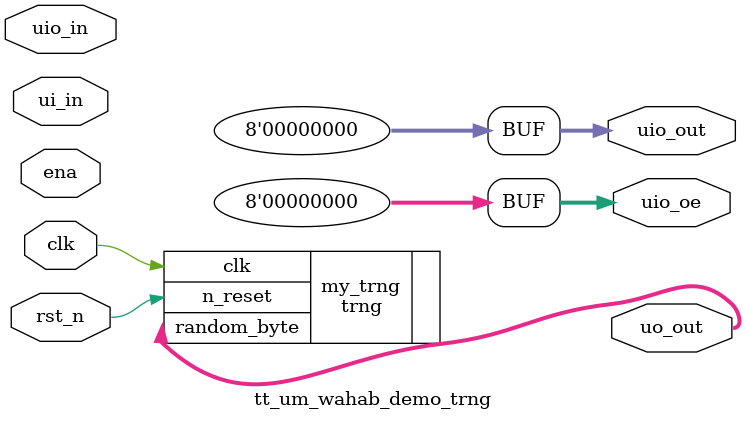
<source format=v>
/*
 * Copyright (c) 2024 Your Name
 * SPDX-License-Identifier: Apache-2.0
 */

`default_nettype none

module tt_um_wahab_demo_trng (
    input  wire [7:0] ui_in,    // Dedicated inputs
    output wire [7:0] uo_out,   // Dedicated outputs
    input  wire [7:0] uio_in,   // IOs: Input path
    output wire [7:0] uio_out,  // IOs: Output path
    output wire [7:0] uio_oe,   // IOs: Enable path (active high: 0=input, 1=output)
    input  wire       ena,      // always 1 when the design is powered, so you can ignore it
    input  wire       clk,      // clock
    input  wire       rst_n     // reset_n - low to reset
);

  // All output pins must be assigned. If not used, assign to 0.
  //assign uo_out  = ui_in + uio_in;  // Example: ou_out is the sum of ui_in and uio_in
  assign uio_out = 0;
  assign uio_oe  = 0;

    trng my_trng(
        .clk (clk),
        .n_reset (rst_n),
        .random_byte (uo_out)
    );

endmodule

</source>
